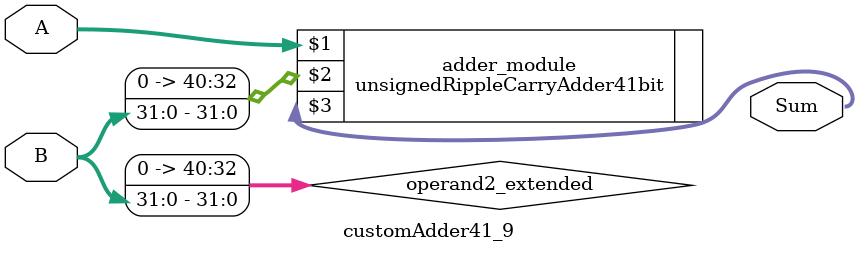
<source format=v>
module customAdder41_9(
                        input [40 : 0] A,
                        input [31 : 0] B,
                        
                        output [41 : 0] Sum
                );

        wire [40 : 0] operand2_extended;
        
        assign operand2_extended =  {9'b0, B};
        
        unsignedRippleCarryAdder41bit adder_module(
            A,
            operand2_extended,
            Sum
        );
        
        endmodule
        
</source>
